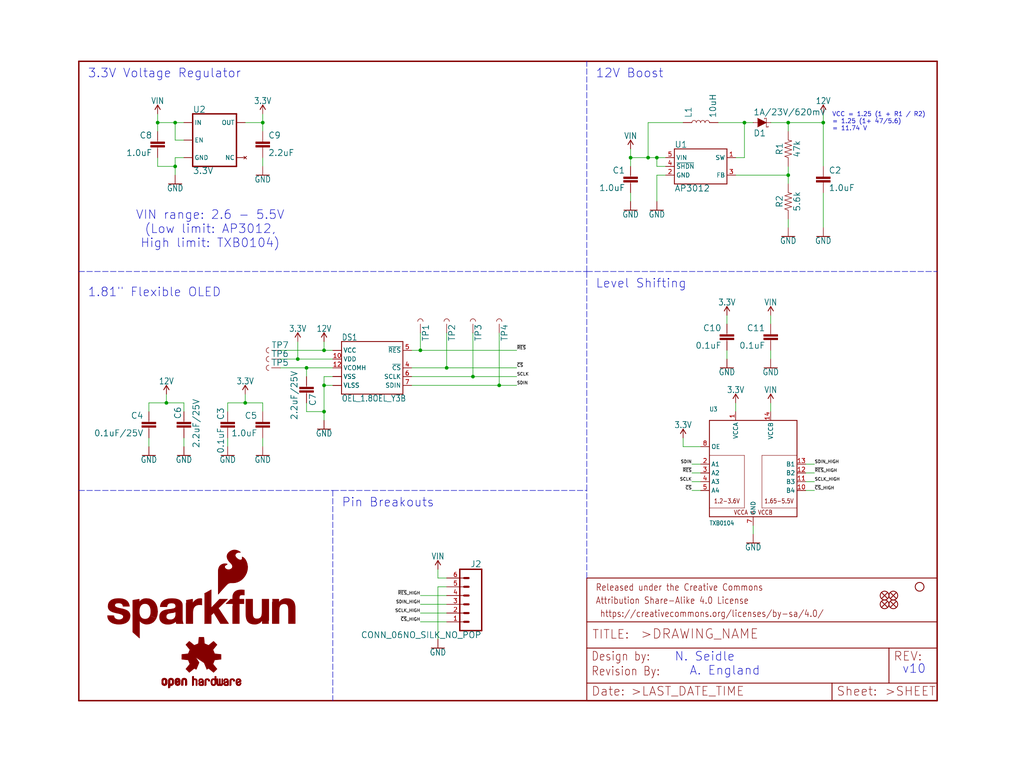
<source format=kicad_sch>
(kicad_sch (version 20211123) (generator eeschema)
  (paper "User" 297.002 223.926)
  (lib_symbols
    (symbol "eagleSchem-eagle-import:0.1UF-0603-25V-(+80{slash}-20%)"
      (property "Reference" "C" (at 1.524 2.921 0))
      (property "Value" "0.1UF-0603-25V-(+80{slash}-20%)" (at 1.524 -2.159 0))
      (symbol "0.1UF-0603-25V-(+80{slash}-20%)_1_0"
        (pin passive line (at 0 5.08 270) (length 2.54) (name "1") (number "1"))
        (pin passive line (at 0 -2.54 90) (length 2.54) (name "2") (number "2"))
      )
    )
    (symbol "eagleSchem-eagle-import:1.0UF-0603-16V-10%"
      (property "Reference" "C" (at 1.524 2.921 0))
      (property "Value" "1.0UF-0603-16V-10%" (at 1.524 -2.159 0))
      (symbol "1.0UF-0603-16V-10%_1_0"
        (pin passive line (at 0 5.08 270) (length 2.54) (name "1") (number "1"))
        (pin passive line (at 0 -2.54 90) (length 2.54) (name "2") (number "2"))
      )
    )
    (symbol "eagleSchem-eagle-import:1.0UF-0805-25V-10%"
      (property "Reference" "C" (at 1.524 2.921 0))
      (property "Value" "1.0UF-0805-25V-10%" (at 1.524 -2.159 0))
      (symbol "1.0UF-0805-25V-10%_1_0"
        (pin passive line (at 0 5.08 270) (length 2.54) (name "1") (number "1"))
        (pin passive line (at 0 -2.54 90) (length 2.54) (name "2") (number "2"))
      )
    )
    (symbol "eagleSchem-eagle-import:12V" (power)
      (property "Value" "12V" (at 0 2.794 0))
      (symbol "12V_1_0"
        (pin power_in line (at 0 0 90) (length 2.54) (name "12V") (number "1"))
      )
    )
    (symbol "eagleSchem-eagle-import:2.2UF-0603-10V-20%"
      (property "Reference" "C" (at 1.524 2.921 0))
      (property "Value" "2.2UF-0603-10V-20%" (at 1.524 -2.159 0))
      (symbol "2.2UF-0603-10V-20%_1_0"
        (pin passive line (at 0 5.08 270) (length 2.54) (name "1") (number "1"))
        (pin passive line (at 0 -2.54 90) (length 2.54) (name "2") (number "2"))
      )
    )
    (symbol "eagleSchem-eagle-import:2.2UF-0805-25V-(+80{slash}-20%)"
      (property "Reference" "C" (at 1.524 2.921 0))
      (property "Value" "2.2UF-0805-25V-(+80{slash}-20%)" (at 1.524 -2.159 0))
      (symbol "2.2UF-0805-25V-(+80{slash}-20%)_1_0"
        (pin passive line (at 0 5.08 270) (length 2.54) (name "1") (number "1"))
        (pin passive line (at 0 -2.54 90) (length 2.54) (name "2") (number "2"))
      )
    )
    (symbol "eagleSchem-eagle-import:3.3V" (power)
      (property "Value" "3.3V" (at 0 2.794 0))
      (symbol "3.3V_1_0"
        (pin power_in line (at 0 0 90) (length 2.54) (name "3.3V") (number "1"))
      )
    )
    (symbol "eagleSchem-eagle-import:47KOHM-0603-1{slash}10W-1%"
      (property "Reference" "R" (at 0 1.524 0))
      (property "Value" "47KOHM-0603-1{slash}10W-1%" (at 0 -1.524 0))
      (symbol "47KOHM-0603-1{slash}10W-1%_1_0"
        (pin passive line (at -5.08 0 0) (length 2.54) (name "1") (number "1"))
        (pin passive line (at 5.08 0 180) (length 2.54) (name "2") (number "2"))
      )
    )
    (symbol "eagleSchem-eagle-import:5.6KOHM-0603-1{slash}10W-1%"
      (property "Reference" "R" (at 0 1.524 0))
      (property "Value" "5.6KOHM-0603-1{slash}10W-1%" (at 0 -1.524 0))
      (symbol "5.6KOHM-0603-1{slash}10W-1%_1_0"
        (pin passive line (at -5.08 0 0) (length 2.54) (name "1") (number "1"))
        (pin passive line (at 5.08 0 180) (length 2.54) (name "2") (number "2"))
      )
    )
    (symbol "eagleSchem-eagle-import:AP3012"
      (property "Reference" "U" (at -7.62 5.334 0))
      (property "Value" "AP3012" (at -7.62 -5.334 0))
      (symbol "AP3012_1_0"
        (pin bidirectional line (at 10.16 2.54 180) (length 2.54) (name "SW") (number "1"))
        (pin bidirectional line (at -10.16 -2.54 0) (length 2.54) (name "GND") (number "2"))
        (pin bidirectional line (at 10.16 -2.54 180) (length 2.54) (name "FB") (number "3"))
        (pin bidirectional line (at -10.16 0 0) (length 2.54) (name "~{SHDN}") (number "4"))
        (pin bidirectional line (at -10.16 2.54 0) (length 2.54) (name "VIN") (number "5"))
      )
    )
    (symbol "eagleSchem-eagle-import:CONN_06NO_SILK_NO_POP"
      (property "Reference" "J" (at -5.08 10.668 0))
      (property "Value" "CONN_06NO_SILK_NO_POP" (at -5.08 -9.906 0))
      (symbol "CONN_06NO_SILK_NO_POP_1_0"
        (pin passive line (at 5.08 -5.08 180) (length 5.08) (name "1") (number "1"))
        (pin passive line (at 5.08 -2.54 180) (length 5.08) (name "2") (number "2"))
        (pin passive line (at 5.08 0 180) (length 5.08) (name "3") (number "3"))
        (pin passive line (at 5.08 2.54 180) (length 5.08) (name "4") (number "4"))
        (pin passive line (at 5.08 5.08 180) (length 5.08) (name "5") (number "5"))
        (pin passive line (at 5.08 7.62 180) (length 5.08) (name "6") (number "6"))
      )
    )
    (symbol "eagleSchem-eagle-import:DIODE-SCHOTTKY-BAT20J"
      (property "Reference" "D" (at -2.54 2.032 0))
      (property "Value" "DIODE-SCHOTTKY-BAT20J" (at -2.54 -2.032 0))
      (symbol "DIODE-SCHOTTKY-BAT20J_1_0"
        (pin passive line (at -2.54 0 0) (length 0) (name "A") (number "A"))
        (pin passive line (at 2.54 0 180) (length 0) (name "C") (number "C"))
      )
    )
    (symbol "eagleSchem-eagle-import:FIDUCIAL1X2")
    (symbol "eagleSchem-eagle-import:FRAME-LETTER"
      (symbol "FRAME-LETTER_2_0"
        (text " https://creativecommons.org/licenses/by-sa/4.0/" (at 2.54 24.13 0) (effects (font (size 1.9304 1.6408)) (justify left bottom)))
        (text ">DRAWING_NAME" (at 15.494 17.78 0) (effects (font (size 2.7432 2.7432)) (justify left bottom)))
        (text ">LAST_DATE_TIME" (at 12.7 1.27 0) (effects (font (size 2.54 2.54)) (justify left bottom)))
        (text ">SHEET" (at 86.36 1.27 0) (effects (font (size 2.54 2.54)) (justify left bottom)))
        (text "Attribution Share-Alike 4.0 License" (at 2.54 27.94 0) (effects (font (size 1.9304 1.6408)) (justify left bottom)))
        (text "Date:" (at 1.27 1.27 0) (effects (font (size 2.54 2.54)) (justify left bottom)))
        (text "Design by:" (at 1.27 11.43 0) (effects (font (size 2.54 2.159)) (justify left bottom)))
        (text "Released under the Creative Commons" (at 2.54 31.75 0) (effects (font (size 1.9304 1.6408)) (justify left bottom)))
        (text "REV:" (at 88.9 11.43 0) (effects (font (size 2.54 2.54)) (justify left bottom)))
        (text "Sheet:" (at 72.39 1.27 0) (effects (font (size 2.54 2.54)) (justify left bottom)))
        (text "TITLE:" (at 1.524 17.78 0) (effects (font (size 2.54 2.54)) (justify left bottom)))
      )
    )
    (symbol "eagleSchem-eagle-import:GND" (power)
      (property "Value" "GND" (at 0 -0.254 0))
      (symbol "GND_1_0"
        (pin power_in line (at 0 2.54 270) (length 2.54) (name "GND") (number "1"))
      )
    )
    (symbol "eagleSchem-eagle-import:INDUCTOR-CDRH-10UH"
      (property "Reference" "L" (at 1.27 2.54 0))
      (property "Value" "INDUCTOR-CDRH-10UH" (at 1.27 -2.54 0))
      (symbol "INDUCTOR-CDRH-10UH_1_0"
        (pin passive line (at 0 5.08 270) (length 2.54) (name "1") (number "P$1"))
        (pin passive line (at 0 -5.08 90) (length 2.54) (name "2") (number "P$2"))
      )
    )
    (symbol "eagleSchem-eagle-import:OEL_1.8OEL_Y3B"
      (property "Reference" "DS" (at -10.16 7.874 0))
      (property "Value" "OEL_1.8OEL_Y3B" (at -10.16 -7.874 0))
      (symbol "OEL_1.8OEL_Y3B_1_0"
        (pin bidirectional line (at -12.7 5.08 0) (length 2.54) (name "VCC") (number "1"))
        (pin bidirectional line (at -12.7 2.54 0) (length 2.54) (name "VDD") (number "10"))
        (pin bidirectional line (at -12.7 0 0) (length 2.54) (name "VCOMH") (number "12"))
        (pin bidirectional line (at -12.7 5.08 0) (length 2.54) (name "VCC") (number "13"))
        (pin bidirectional line (at -12.7 -5.08 0) (length 2.54) (name "VLSS") (number "2"))
        (pin bidirectional line (at -12.7 -2.54 0) (length 2.54) (name "VSS") (number "3"))
        (pin bidirectional line (at 10.16 0 180) (length 2.54) (name "~{CS}") (number "4"))
        (pin bidirectional line (at 10.16 5.08 180) (length 2.54) (name "~{RES}") (number "5"))
        (pin bidirectional line (at 10.16 -2.54 180) (length 2.54) (name "SCLK") (number "6"))
        (pin bidirectional line (at 10.16 -5.08 180) (length 2.54) (name "SDIN") (number "7"))
        (pin bidirectional line (at -12.7 -2.54 0) (length 2.54) (name "VSS") (number "8"))
        (pin bidirectional line (at -12.7 -5.08 0) (length 2.54) (name "VLSS") (number "9"))
      )
    )
    (symbol "eagleSchem-eagle-import:OSHW-LOGOS")
    (symbol "eagleSchem-eagle-import:REVISION"
      (symbol "REVISION_1_0"
        (text "Revision By: " (at 0 0 0) (effects (font (size 2.54 2.159)) (justify left bottom)))
      )
    )
    (symbol "eagleSchem-eagle-import:SFE_LOGO_FLAME.1_INCH")
    (symbol "eagleSchem-eagle-import:SFE_LOGO_NAME_FLAME.1_INCH")
    (symbol "eagleSchem-eagle-import:STAND-OFF")
    (symbol "eagleSchem-eagle-import:TEST-POINT3"
      (property "Reference" "TP" (at -2.54 2.54 0))
      (property "Value" "TEST-POINT3" (at -2.54 -2.54 0))
      (symbol "TEST-POINT3_1_0"
        (pin bidirectional line (at 0 0 180) (length 0) (name "1") (number "P$1"))
      )
    )
    (symbol "eagleSchem-eagle-import:TXB0104PWRSOIC14"
      (property "Reference" "U" (at -12.7 17.78 0))
      (property "Value" "TXB0104PWRSOIC14" (at -12.7 -15.24 0))
      (symbol "TXB0104PWRSOIC14_1_0"
        (text "1.2-3.6V" (at -11.43 -8.89 0) (effects (font (size 1.27 1.0795)) (justify left bottom)))
        (text "1.65-5.5V" (at 3.175 -8.89 0) (effects (font (size 1.27 1.0795)) (justify left bottom)))
        (text "VCCA ≤ VCCB" (at 0 -12.192 0) (effects (font (size 1.27 1.0795)) (justify bottom)))
        (pin bidirectional line (at -5.08 17.78 270) (length 2.54) (name "VCCA") (number "1"))
        (pin bidirectional line (at 15.24 -5.08 180) (length 2.54) (name "B4") (number "10"))
        (pin bidirectional line (at 15.24 -2.54 180) (length 2.54) (name "B3") (number "11"))
        (pin bidirectional line (at 15.24 0 180) (length 2.54) (name "B2") (number "12"))
        (pin bidirectional line (at 15.24 2.54 180) (length 2.54) (name "B1") (number "13"))
        (pin bidirectional line (at 5.08 17.78 270) (length 2.54) (name "VCCB") (number "14"))
        (pin bidirectional line (at -15.24 2.54 0) (length 2.54) (name "A1") (number "2"))
        (pin bidirectional line (at -15.24 0 0) (length 2.54) (name "A2") (number "3"))
        (pin bidirectional line (at -15.24 -2.54 0) (length 2.54) (name "A3") (number "4"))
        (pin bidirectional line (at -15.24 -5.08 0) (length 2.54) (name "A4") (number "5"))
        (pin bidirectional line (at 0 -15.24 90) (length 2.54) (name "GND") (number "7"))
        (pin bidirectional line (at -15.24 7.62 0) (length 2.54) (name "OE") (number "8"))
      )
    )
    (symbol "eagleSchem-eagle-import:VIN" (power)
      (property "Value" "VIN" (at 0 2.794 0))
      (symbol "VIN_1_0"
        (pin power_in line (at 0 0 90) (length 2.54) (name "VIN") (number "1"))
      )
    )
    (symbol "eagleSchem-eagle-import:V_REG_AP2112K-3.3V"
      (property "Reference" "U" (at -7.62 7.874 0))
      (property "Value" "V_REG_AP2112K-3.3V" (at -7.62 -7.874 0))
      (symbol "V_REG_AP2112K-3.3V_1_0"
        (pin input line (at -10.16 5.08 0) (length 2.54) (name "IN") (number "1"))
        (pin input line (at -10.16 -5.08 0) (length 2.54) (name "GND") (number "2"))
        (pin input line (at -10.16 0 0) (length 2.54) (name "EN") (number "3"))
        (pin no_connect line (at 7.62 -5.08 180) (length 2.54) (name "NC") (number "4"))
        (pin passive line (at 7.62 5.08 180) (length 2.54) (name "OUT") (number "5"))
      )
    )
  )
  (junction (at 190.5 45.72))
  (junction (at 187.96 45.72))
  (junction (at 86.36 104.14))
  (junction (at 137.16 109.22))
  (junction (at 93.98 119.38))
  (junction (at 93.98 101.6))
  (junction (at 121.92 101.6))
  (junction (at 88.9 106.68))
  (junction (at 182.88 45.72))
  (junction (at 76.2 35.56))
  (junction (at 129.54 106.68))
  (junction (at 215.9 35.56))
  (junction (at 228.6 35.56))
  (junction (at 50.8 35.56))
  (junction (at 238.76 35.56))
  (junction (at 50.8 48.26))
  (junction (at 45.72 35.56))
  (junction (at 93.98 111.76))
  (junction (at 48.26 116.84))
  (junction (at 144.78 111.76))
  (junction (at 228.6 50.8))
  (junction (at 71.12 116.84))
  (wire (pts (xy 53.34 40.64) (xy 50.8 40.64)))
  (wire (pts (xy 76.2 116.84) (xy 71.12 116.84)))
  (wire (pts (xy 45.72 48.26) (xy 45.72 45.72)))
  (wire (pts (xy 50.8 35.56) (xy 45.72 35.56)))
  (wire (pts (xy 144.78 96.52) (xy 144.78 111.76)))
  (wire (pts (xy 215.9 45.72) (xy 215.9 35.56)))
  (polyline (pts (xy 170.18 78.74) (xy 271.78 78.74)))
  (wire (pts (xy 129.54 96.52) (xy 129.54 106.68)))
  (wire (pts (xy 233.68 139.7) (xy 236.22 139.7)))
  (wire (pts (xy 48.26 116.84) (xy 48.26 114.3)))
  (wire (pts (xy 182.88 45.72) (xy 182.88 48.26)))
  (wire (pts (xy 137.16 109.22) (xy 149.86 109.22)))
  (wire (pts (xy 218.44 154.94) (xy 218.44 152.4)))
  (wire (pts (xy 215.9 35.56) (xy 218.44 35.56)))
  (wire (pts (xy 129.54 167.64) (xy 127 167.64)))
  (wire (pts (xy 119.38 109.22) (xy 137.16 109.22)))
  (wire (pts (xy 45.72 35.56) (xy 45.72 33.02)))
  (wire (pts (xy 53.34 119.38) (xy 53.34 116.84)))
  (wire (pts (xy 121.92 101.6) (xy 149.86 101.6)))
  (wire (pts (xy 43.18 116.84) (xy 48.26 116.84)))
  (wire (pts (xy 203.2 134.62) (xy 200.66 134.62)))
  (wire (pts (xy 190.5 45.72) (xy 193.04 45.72)))
  (wire (pts (xy 182.88 45.72) (xy 182.88 43.18)))
  (wire (pts (xy 121.92 96.52) (xy 121.92 101.6)))
  (wire (pts (xy 96.52 101.6) (xy 93.98 101.6)))
  (wire (pts (xy 223.52 116.84) (xy 223.52 119.38)))
  (wire (pts (xy 71.12 35.56) (xy 76.2 35.56)))
  (wire (pts (xy 96.52 111.76) (xy 93.98 111.76)))
  (wire (pts (xy 238.76 35.56) (xy 238.76 33.02)))
  (wire (pts (xy 93.98 101.6) (xy 81.28 101.6)))
  (polyline (pts (xy 170.18 167.64) (xy 170.18 142.24)))
  (wire (pts (xy 50.8 40.64) (xy 50.8 35.56)))
  (wire (pts (xy 187.96 35.56) (xy 198.12 35.56)))
  (wire (pts (xy 50.8 48.26) (xy 50.8 50.8)))
  (wire (pts (xy 213.36 50.8) (xy 228.6 50.8)))
  (wire (pts (xy 53.34 116.84) (xy 48.26 116.84)))
  (wire (pts (xy 53.34 129.54) (xy 53.34 127)))
  (wire (pts (xy 129.54 106.68) (xy 149.86 106.68)))
  (wire (pts (xy 203.2 129.54) (xy 198.12 129.54)))
  (wire (pts (xy 127 167.64) (xy 127 165.1)))
  (wire (pts (xy 53.34 45.72) (xy 50.8 45.72)))
  (wire (pts (xy 213.36 116.84) (xy 213.36 119.38)))
  (wire (pts (xy 187.96 45.72) (xy 182.88 45.72)))
  (wire (pts (xy 238.76 35.56) (xy 238.76 48.26)))
  (wire (pts (xy 190.5 48.26) (xy 190.5 45.72)))
  (wire (pts (xy 228.6 66.04) (xy 228.6 63.5)))
  (polyline (pts (xy 22.86 78.74) (xy 170.18 78.74)))
  (wire (pts (xy 213.36 45.72) (xy 215.9 45.72)))
  (wire (pts (xy 228.6 35.56) (xy 228.6 38.1)))
  (wire (pts (xy 127 185.42) (xy 127 170.18)))
  (wire (pts (xy 203.2 137.16) (xy 200.66 137.16)))
  (wire (pts (xy 187.96 45.72) (xy 187.96 35.56)))
  (wire (pts (xy 233.68 134.62) (xy 236.22 134.62)))
  (wire (pts (xy 43.18 119.38) (xy 43.18 116.84)))
  (wire (pts (xy 71.12 116.84) (xy 71.12 114.3)))
  (wire (pts (xy 50.8 45.72) (xy 50.8 48.26)))
  (wire (pts (xy 43.18 129.54) (xy 43.18 127)))
  (wire (pts (xy 50.8 35.56) (xy 53.34 35.56)))
  (wire (pts (xy 182.88 58.42) (xy 182.88 55.88)))
  (wire (pts (xy 66.04 116.84) (xy 71.12 116.84)))
  (wire (pts (xy 144.78 111.76) (xy 149.86 111.76)))
  (wire (pts (xy 223.52 35.56) (xy 228.6 35.56)))
  (wire (pts (xy 119.38 111.76) (xy 144.78 111.76)))
  (wire (pts (xy 76.2 119.38) (xy 76.2 116.84)))
  (wire (pts (xy 45.72 38.1) (xy 45.72 35.56)))
  (wire (pts (xy 127 170.18) (xy 129.54 170.18)))
  (polyline (pts (xy 170.18 142.24) (xy 170.18 78.74)))
  (polyline (pts (xy 170.18 78.74) (xy 170.18 17.78)))
  (wire (pts (xy 223.52 104.14) (xy 223.52 101.6)))
  (wire (pts (xy 233.68 142.24) (xy 236.22 142.24)))
  (wire (pts (xy 228.6 53.34) (xy 228.6 50.8)))
  (wire (pts (xy 190.5 45.72) (xy 187.96 45.72)))
  (wire (pts (xy 121.92 172.72) (xy 129.54 172.72)))
  (wire (pts (xy 129.54 180.34) (xy 121.92 180.34)))
  (wire (pts (xy 96.52 106.68) (xy 88.9 106.68)))
  (wire (pts (xy 129.54 175.26) (xy 121.92 175.26)))
  (wire (pts (xy 93.98 101.6) (xy 93.98 99.06)))
  (wire (pts (xy 203.2 139.7) (xy 200.66 139.7)))
  (wire (pts (xy 233.68 137.16) (xy 236.22 137.16)))
  (wire (pts (xy 137.16 96.52) (xy 137.16 109.22)))
  (wire (pts (xy 66.04 119.38) (xy 66.04 116.84)))
  (wire (pts (xy 88.9 116.84) (xy 88.9 119.38)))
  (wire (pts (xy 203.2 142.24) (xy 200.66 142.24)))
  (wire (pts (xy 88.9 106.68) (xy 81.28 106.68)))
  (wire (pts (xy 228.6 35.56) (xy 238.76 35.56)))
  (wire (pts (xy 96.52 109.22) (xy 93.98 109.22)))
  (wire (pts (xy 66.04 129.54) (xy 66.04 127)))
  (wire (pts (xy 96.52 104.14) (xy 86.36 104.14)))
  (wire (pts (xy 190.5 50.8) (xy 190.5 58.42)))
  (polyline (pts (xy 96.52 142.24) (xy 170.18 142.24)))
  (wire (pts (xy 93.98 111.76) (xy 93.98 119.38)))
  (wire (pts (xy 208.28 35.56) (xy 215.9 35.56)))
  (wire (pts (xy 223.52 91.44) (xy 223.52 93.98)))
  (wire (pts (xy 119.38 101.6) (xy 121.92 101.6)))
  (wire (pts (xy 86.36 104.14) (xy 86.36 99.06)))
  (polyline (pts (xy 22.86 142.24) (xy 96.52 142.24)))
  (wire (pts (xy 210.82 104.14) (xy 210.82 101.6)))
  (wire (pts (xy 193.04 48.26) (xy 190.5 48.26)))
  (wire (pts (xy 88.9 119.38) (xy 93.98 119.38)))
  (wire (pts (xy 76.2 38.1) (xy 76.2 35.56)))
  (wire (pts (xy 238.76 55.88) (xy 238.76 66.04)))
  (wire (pts (xy 93.98 119.38) (xy 93.98 121.92)))
  (wire (pts (xy 198.12 129.54) (xy 198.12 127)))
  (wire (pts (xy 228.6 50.8) (xy 228.6 48.26)))
  (wire (pts (xy 129.54 177.8) (xy 121.92 177.8)))
  (wire (pts (xy 210.82 91.44) (xy 210.82 93.98)))
  (wire (pts (xy 81.28 104.14) (xy 86.36 104.14)))
  (wire (pts (xy 93.98 109.22) (xy 93.98 111.76)))
  (polyline (pts (xy 96.52 142.24) (xy 96.52 203.2)))
  (wire (pts (xy 76.2 48.26) (xy 76.2 45.72)))
  (wire (pts (xy 119.38 106.68) (xy 129.54 106.68)))
  (wire (pts (xy 50.8 48.26) (xy 45.72 48.26)))
  (wire (pts (xy 76.2 129.54) (xy 76.2 127)))
  (wire (pts (xy 76.2 35.56) (xy 76.2 33.02)))
  (wire (pts (xy 193.04 50.8) (xy 190.5 50.8)))
  (wire (pts (xy 88.9 106.68) (xy 88.9 109.22)))
  (text "Level Shifting" (at 172.72 83.82 180) (effects (font (size 2.54 2.54)) (justify left bottom)))
  (text "N. Seidle" (at 195.58 192.024 180) (effects (font (size 2.54 2.54)) (justify left bottom)))
  (text "Pin Breakouts" (at 99.06 147.32 180) (effects (font (size 2.54 2.54)) (justify left bottom)))
  (text "VCC = 1.25 (1 + R1 / R2)\n= 1.25 (1+ 47/5.6)\n= 11.74 V" (at 241.3 38.1 0) (effects (font (size 1.27 1.27)) (justify left bottom)))
  (text "A. England" (at 199.898 196.088 180) (effects (font (size 2.54 2.54)) (justify left bottom)))
  (text "3.3V Voltage Regulator" (at 25.4 22.86 180) (effects (font (size 2.54 2.54)) (justify left bottom)))
  (text "1.81\" Flexible OLED" (at 25.4 86.36 180) (effects (font (size 2.54 2.54)) (justify left bottom)))
  (text "VIN range: 2.6 - 5.5V\n(Low limit: AP3012,\nHigh limit: TXB0104)" (at 60.96 60.96 0) (effects (font (size 2.54 2.54)) (justify top)))
  (text "v10" (at 261.62 195.58 180) (effects (font (size 2.54 2.54)) (justify left bottom)))
  (text "12V Boost" (at 172.72 22.86 180) (effects (font (size 2.54 2.54)) (justify left bottom)))
  (label "SDIN_HIGH" (at 236.22 134.62 0) (effects (font (size 0.889 0.889))))
  (label "SCLK" (at 200.66 139.7 180) (effects (font (size 0.889 0.889))))
  (label "SDIN" (at 200.66 134.62 180) (effects (font (size 0.889 0.889))))
  (label "~{RES}" (at 149.86 101.6 0) (effects (font (size 0.889 0.889))))
  (label "~{CS}_HIGH" (at 121.92 180.34 180) (effects (font (size 0.889 0.889))))
  (label "SCLK" (at 149.86 109.22 0) (effects (font (size 0.889 0.889))))
  (label "SCLK_HIGH" (at 236.22 139.7 0) (effects (font (size 0.889 0.889))))
  (label "~{CS}" (at 200.66 142.24 180) (effects (font (size 0.889 0.889))))
  (label "SDIN_HIGH" (at 121.92 175.26 180) (effects (font (size 0.889 0.889))))
  (label "SCLK_HIGH" (at 121.92 177.8 180) (effects (font (size 0.889 0.889))))
  (label "~{CS}" (at 149.86 106.68 0) (effects (font (size 0.889 0.889))))
  (label "~{RES}" (at 200.66 137.16 180) (effects (font (size 0.889 0.889))))
  (label "~{CS}_HIGH" (at 236.22 142.24 0) (effects (font (size 0.889 0.889))))
  (label "~{RES}_HIGH" (at 121.92 172.72 180) (effects (font (size 0.889 0.889))))
  (label "~{RES}_HIGH" (at 236.22 137.16 0) (effects (font (size 0.889 0.889))))
  (label "SDIN" (at 149.86 111.76 0) (effects (font (size 0.889 0.889))))
  (symbol (lib_id "eagleSchem-eagle-import:FIDUCIAL1X2") (at 259.08 175.26 0) (unit 1)
    (property "Reference" "FD2" (effects hide))
    (property "Value" "FIDUCIAL1X2" (effects hide))
    (property "Footprint" "eagleSchem:FIDUCIAL-1X2" (effects hide))
  )
  (symbol (lib_id "eagleSchem-eagle-import:FRAME-LETTER") (at 170.18 203.2 0) (unit 2)
    (property "Reference" "FRAME1" (effects hide))
    (property "Value" "FRAME-LETTER" (effects hide))
    (property "Footprint" "eagleSchem:CREATIVE_COMMONS" (effects hide))
  )
  (symbol (lib_id "eagleSchem-eagle-import:V_REG_AP2112K-3.3V") (at 63.5 40.64 0) (unit 1)
    (property "Reference" "U2" (at 55.88 32.766 0) (effects (font (size 1.778 1.778)) (justify left bottom)))
    (property "Value" "3.3V" (at 55.88 48.514 0) (effects (font (size 1.778 1.778)) (justify left top)))
    (property "Footprint" "eagleSchem:SOT23-5" (effects hide))
  )
  (symbol (lib_id "eagleSchem-eagle-import:2.2UF-0603-10V-20%") (at 76.2 43.18 0) (unit 1)
    (property "Reference" "C9" (at 77.724 40.259 0) (effects (font (size 1.778 1.778)) (justify left bottom)))
    (property "Value" "2.2uF" (at 77.724 45.339 0) (effects (font (size 1.778 1.778)) (justify left bottom)))
    (property "Footprint" "eagleSchem:0603" (effects hide))
  )
  (symbol (lib_id "eagleSchem-eagle-import:VIN") (at 182.88 43.18 0) (unit 1)
    (property "Reference" "#SUPPLY1" (effects hide))
    (property "Value" "VIN" (at 182.88 40.386 0) (effects (font (size 1.778 1.5113)) (justify bottom)))
    (property "Footprint" "eagleSchem:" (effects hide))
  )
  (symbol (lib_id "eagleSchem-eagle-import:GND") (at 76.2 132.08 0) (unit 1)
    (property "Reference" "#GND9" (effects hide))
    (property "Value" "GND" (at 76.2 132.334 0) (effects (font (size 1.778 1.5113)) (justify top)))
    (property "Footprint" "eagleSchem:" (effects hide))
  )
  (symbol (lib_id "eagleSchem-eagle-import:3.3V") (at 86.36 99.06 0) (unit 1)
    (property "Reference" "#SUPPLY9" (effects hide))
    (property "Value" "3.3V" (at 86.36 96.266 0) (effects (font (size 1.778 1.5113)) (justify bottom)))
    (property "Footprint" "eagleSchem:" (effects hide))
  )
  (symbol (lib_id "eagleSchem-eagle-import:TEST-POINT3") (at 81.28 104.14 180) (unit 1)
    (property "Reference" "TP6" (at 83.82 101.6 0) (effects (font (size 1.778 1.778)) (justify left bottom)))
    (property "Value" "TEST-POINT3" (effects hide))
    (property "Footprint" "eagleSchem:PAD.03X.03" (effects hide))
  )
  (symbol (lib_id "eagleSchem-eagle-import:47KOHM-0603-1{slash}10W-1%") (at 228.6 43.18 90) (unit 1)
    (property "Reference" "R1" (at 227.076 43.18 0) (effects (font (size 1.778 1.778)) (justify bottom)))
    (property "Value" "47k" (at 230.124 43.18 0) (effects (font (size 1.778 1.778)) (justify top)))
    (property "Footprint" "eagleSchem:0603" (effects hide))
  )
  (symbol (lib_id "eagleSchem-eagle-import:1.0UF-0603-16V-10%") (at 45.72 43.18 0) (mirror y) (unit 1)
    (property "Reference" "C8" (at 44.196 40.259 0) (effects (font (size 1.778 1.778)) (justify left bottom)))
    (property "Value" "1.0uF" (at 44.196 45.339 0) (effects (font (size 1.778 1.778)) (justify left bottom)))
    (property "Footprint" "eagleSchem:0603" (effects hide))
  )
  (symbol (lib_id "eagleSchem-eagle-import:0.1UF-0603-25V-(+80{slash}-20%)") (at 66.04 124.46 0) (mirror y) (unit 1)
    (property "Reference" "C3" (at 65.024 118.11 90) (effects (font (size 1.778 1.778)) (justify right top)))
    (property "Value" "0.1uF" (at 65.024 123.952 90) (effects (font (size 1.778 1.778)) (justify right top)))
    (property "Footprint" "eagleSchem:0603" (effects hide))
  )
  (symbol (lib_id "eagleSchem-eagle-import:DIODE-SCHOTTKY-BAT20J") (at 220.98 35.56 0) (mirror x) (unit 1)
    (property "Reference" "D1" (at 218.44 37.592 0) (effects (font (size 1.778 1.778)) (justify left bottom)))
    (property "Value" "1A/23V/620mV" (at 218.44 33.528 0) (effects (font (size 1.778 1.778)) (justify left top)))
    (property "Footprint" "eagleSchem:SOD-323" (effects hide))
  )
  (symbol (lib_id "eagleSchem-eagle-import:TEST-POINT3") (at 137.16 96.52 90) (unit 1)
    (property "Reference" "TP3" (at 139.7 99.06 0) (effects (font (size 1.778 1.778)) (justify left bottom)))
    (property "Value" "TEST-POINT3" (effects hide))
    (property "Footprint" "eagleSchem:PAD.03X.03" (effects hide))
  )
  (symbol (lib_id "eagleSchem-eagle-import:GND") (at 53.34 132.08 0) (unit 1)
    (property "Reference" "#GND7" (effects hide))
    (property "Value" "GND" (at 53.34 132.334 0) (effects (font (size 1.778 1.5113)) (justify top)))
    (property "Footprint" "eagleSchem:" (effects hide))
  )
  (symbol (lib_id "eagleSchem-eagle-import:3.3V") (at 76.2 33.02 0) (unit 1)
    (property "Reference" "#SUPPLY8" (effects hide))
    (property "Value" "3.3V" (at 76.2 30.226 0) (effects (font (size 1.778 1.5113)) (justify bottom)))
    (property "Footprint" "eagleSchem:" (effects hide))
  )
  (symbol (lib_id "eagleSchem-eagle-import:REVISION") (at 171.45 196.088 0) (unit 1)
    (property "Reference" "LOGO2" (effects hide))
    (property "Value" "REVISION" (effects hide))
    (property "Footprint" "eagleSchem:REVISION" (effects hide))
  )
  (symbol (lib_id "eagleSchem-eagle-import:VIN") (at 127 165.1 0) (unit 1)
    (property "Reference" "#SUPPLY12" (effects hide))
    (property "Value" "VIN" (at 127 162.306 0) (effects (font (size 1.778 1.5113)) (justify bottom)))
    (property "Footprint" "eagleSchem:" (effects hide))
  )
  (symbol (lib_id "eagleSchem-eagle-import:GND") (at 93.98 124.46 0) (unit 1)
    (property "Reference" "#GND5" (effects hide))
    (property "Value" "GND" (at 93.98 124.714 0) (effects (font (size 1.778 1.5113)) (justify top)))
    (property "Footprint" "eagleSchem:" (effects hide))
  )
  (symbol (lib_id "eagleSchem-eagle-import:2.2UF-0805-25V-(+80{slash}-20%)") (at 88.9 111.76 180) (unit 1)
    (property "Reference" "C7" (at 89.662 114.046 90) (effects (font (size 1.778 1.778)) (justify left bottom)))
    (property "Value" "2.2uF/25V" (at 84.328 107.442 90) (effects (font (size 1.778 1.778)) (justify left bottom)))
    (property "Footprint" "eagleSchem:0805" (effects hide))
  )
  (symbol (lib_id "eagleSchem-eagle-import:SFE_LOGO_FLAME.1_INCH") (at 62.992 172.72 0) (unit 1)
    (property "Reference" "LOGO3" (effects hide))
    (property "Value" "SFE_LOGO_FLAME.1_INCH" (effects hide))
    (property "Footprint" "eagleSchem:SFE_LOGO_FLAME_.1" (effects hide))
  )
  (symbol (lib_id "eagleSchem-eagle-import:FIDUCIAL1X2") (at 259.08 172.72 0) (unit 1)
    (property "Reference" "FD4" (effects hide))
    (property "Value" "FIDUCIAL1X2" (effects hide))
    (property "Footprint" "eagleSchem:FIDUCIAL-1X2" (effects hide))
  )
  (symbol (lib_id "eagleSchem-eagle-import:12V") (at 238.76 33.02 0) (unit 1)
    (property "Reference" "#SUPPLY2" (effects hide))
    (property "Value" "12V" (at 238.76 30.226 0) (effects (font (size 1.778 1.5113)) (justify bottom)))
    (property "Footprint" "eagleSchem:" (effects hide))
  )
  (symbol (lib_id "eagleSchem-eagle-import:GND") (at 223.52 106.68 0) (unit 1)
    (property "Reference" "#GND15" (effects hide))
    (property "Value" "GND" (at 223.52 106.934 0) (effects (font (size 1.778 1.5113)) (justify top)))
    (property "Footprint" "eagleSchem:" (effects hide))
  )
  (symbol (lib_id "eagleSchem-eagle-import:GND") (at 127 187.96 0) (unit 1)
    (property "Reference" "#GND13" (effects hide))
    (property "Value" "GND" (at 127 188.214 0) (effects (font (size 1.778 1.5113)) (justify top)))
    (property "Footprint" "eagleSchem:" (effects hide))
  )
  (symbol (lib_id "eagleSchem-eagle-import:GND") (at 76.2 50.8 0) (unit 1)
    (property "Reference" "#GND11" (effects hide))
    (property "Value" "GND" (at 76.2 51.054 0) (effects (font (size 1.778 1.5113)) (justify top)))
    (property "Footprint" "eagleSchem:" (effects hide))
  )
  (symbol (lib_id "eagleSchem-eagle-import:GND") (at 238.76 68.58 0) (unit 1)
    (property "Reference" "#GND4" (effects hide))
    (property "Value" "GND" (at 238.76 68.834 0) (effects (font (size 1.778 1.5113)) (justify top)))
    (property "Footprint" "eagleSchem:" (effects hide))
  )
  (symbol (lib_id "eagleSchem-eagle-import:12V") (at 48.26 114.3 0) (unit 1)
    (property "Reference" "#SUPPLY6" (effects hide))
    (property "Value" "12V" (at 48.26 111.506 0) (effects (font (size 1.778 1.5113)) (justify bottom)))
    (property "Footprint" "eagleSchem:" (effects hide))
  )
  (symbol (lib_id "eagleSchem-eagle-import:1.0UF-0805-25V-10%") (at 238.76 53.34 0) (unit 1)
    (property "Reference" "C2" (at 240.284 50.419 0) (effects (font (size 1.778 1.778)) (justify left bottom)))
    (property "Value" "1.0uF" (at 240.284 55.499 0) (effects (font (size 1.778 1.778)) (justify left bottom)))
    (property "Footprint" "eagleSchem:0805" (effects hide))
  )
  (symbol (lib_id "eagleSchem-eagle-import:GND") (at 228.6 68.58 0) (unit 1)
    (property "Reference" "#GND3" (effects hide))
    (property "Value" "GND" (at 228.6 68.834 0) (effects (font (size 1.778 1.5113)) (justify top)))
    (property "Footprint" "eagleSchem:" (effects hide))
  )
  (symbol (lib_id "eagleSchem-eagle-import:GND") (at 190.5 60.96 0) (unit 1)
    (property "Reference" "#GND1" (effects hide))
    (property "Value" "GND" (at 190.5 61.214 0) (effects (font (size 1.778 1.5113)) (justify top)))
    (property "Footprint" "eagleSchem:" (effects hide))
  )
  (symbol (lib_id "eagleSchem-eagle-import:VIN") (at 223.52 116.84 0) (unit 1)
    (property "Reference" "#SUPPLY10" (effects hide))
    (property "Value" "VIN" (at 223.52 114.046 0) (effects (font (size 1.778 1.5113)) (justify bottom)))
    (property "Footprint" "eagleSchem:" (effects hide))
  )
  (symbol (lib_id "eagleSchem-eagle-import:FIDUCIAL1X2") (at 256.54 175.26 0) (unit 1)
    (property "Reference" "FD3" (effects hide))
    (property "Value" "FIDUCIAL1X2" (effects hide))
    (property "Footprint" "eagleSchem:FIDUCIAL-1X2" (effects hide))
  )
  (symbol (lib_id "eagleSchem-eagle-import:FIDUCIAL1X2") (at 256.54 172.72 0) (unit 1)
    (property "Reference" "FD1" (effects hide))
    (property "Value" "FIDUCIAL1X2" (effects hide))
    (property "Footprint" "eagleSchem:FIDUCIAL-1X2" (effects hide))
  )
  (symbol (lib_id "eagleSchem-eagle-import:GND") (at 218.44 157.48 0) (unit 1)
    (property "Reference" "#GND12" (effects hide))
    (property "Value" "GND" (at 218.44 157.734 0) (effects (font (size 1.778 1.5113)) (justify top)))
    (property "Footprint" "eagleSchem:" (effects hide))
  )
  (symbol (lib_id "eagleSchem-eagle-import:AP3012") (at 203.2 48.26 0) (unit 1)
    (property "Reference" "U1" (at 195.58 42.926 0) (effects (font (size 1.778 1.778)) (justify left bottom)))
    (property "Value" "AP3012" (at 195.58 53.594 0) (effects (font (size 1.778 1.778)) (justify left top)))
    (property "Footprint" "eagleSchem:SOT23-5" (effects hide))
  )
  (symbol (lib_id "eagleSchem-eagle-import:GND") (at 210.82 106.68 0) (unit 1)
    (property "Reference" "#GND14" (effects hide))
    (property "Value" "GND" (at 210.82 106.934 0) (effects (font (size 1.778 1.5113)) (justify top)))
    (property "Footprint" "eagleSchem:" (effects hide))
  )
  (symbol (lib_id "eagleSchem-eagle-import:SFE_LOGO_NAME_FLAME.1_INCH") (at 30.48 185.42 0) (unit 1)
    (property "Reference" "LOGO1" (effects hide))
    (property "Value" "SFE_LOGO_NAME_FLAME.1_INCH" (effects hide))
    (property "Footprint" "eagleSchem:SFE_LOGO_NAME_FLAME_.1" (effects hide))
  )
  (symbol (lib_id "eagleSchem-eagle-import:OSHW-LOGOS") (at 58.42 190.5 0) (unit 1)
    (property "Reference" "LOGO4" (effects hide))
    (property "Value" "OSHW-LOGOS" (effects hide))
    (property "Footprint" "eagleSchem:OSHW-LOGO-S" (effects hide))
  )
  (symbol (lib_id "eagleSchem-eagle-import:0.1UF-0603-25V-(+80{slash}-20%)") (at 223.52 99.06 0) (mirror y) (unit 1)
    (property "Reference" "C11" (at 221.996 96.139 0) (effects (font (size 1.778 1.778)) (justify left bottom)))
    (property "Value" "0.1uF" (at 221.996 101.219 0) (effects (font (size 1.778 1.778)) (justify left bottom)))
    (property "Footprint" "eagleSchem:0603" (effects hide))
  )
  (symbol (lib_id "eagleSchem-eagle-import:TEST-POINT3") (at 121.92 96.52 90) (unit 1)
    (property "Reference" "TP1" (at 124.46 99.06 0) (effects (font (size 1.778 1.778)) (justify left bottom)))
    (property "Value" "TEST-POINT3" (effects hide))
    (property "Footprint" "eagleSchem:PAD.03X.03" (effects hide))
  )
  (symbol (lib_id "eagleSchem-eagle-import:GND") (at 43.18 132.08 0) (unit 1)
    (property "Reference" "#GND6" (effects hide))
    (property "Value" "GND" (at 43.18 132.334 0) (effects (font (size 1.778 1.5113)) (justify top)))
    (property "Footprint" "eagleSchem:" (effects hide))
  )
  (symbol (lib_id "eagleSchem-eagle-import:TEST-POINT3") (at 129.54 96.52 90) (unit 1)
    (property "Reference" "TP2" (at 132.08 99.06 0) (effects (font (size 1.778 1.778)) (justify left bottom)))
    (property "Value" "TEST-POINT3" (effects hide))
    (property "Footprint" "eagleSchem:PAD.03X.03" (effects hide))
  )
  (symbol (lib_id "eagleSchem-eagle-import:1.0UF-0603-16V-10%") (at 76.2 124.46 0) (mirror y) (unit 1)
    (property "Reference" "C5" (at 74.676 121.539 0) (effects (font (size 1.778 1.778)) (justify left bottom)))
    (property "Value" "1.0uF" (at 74.676 126.619 0) (effects (font (size 1.778 1.778)) (justify left bottom)))
    (property "Footprint" "eagleSchem:0603" (effects hide))
  )
  (symbol (lib_id "eagleSchem-eagle-import:3.3V") (at 71.12 114.3 0) (unit 1)
    (property "Reference" "#SUPPLY3" (effects hide))
    (property "Value" "3.3V" (at 71.12 111.506 0) (effects (font (size 1.778 1.5113)) (justify bottom)))
    (property "Footprint" "eagleSchem:" (effects hide))
  )
  (symbol (lib_id "eagleSchem-eagle-import:3.3V") (at 213.36 116.84 0) (unit 1)
    (property "Reference" "#SUPPLY5" (effects hide))
    (property "Value" "3.3V" (at 213.36 114.046 0) (effects (font (size 1.778 1.5113)) (justify bottom)))
    (property "Footprint" "eagleSchem:" (effects hide))
  )
  (symbol (lib_id "eagleSchem-eagle-import:FRAME-LETTER") (at 22.86 203.2 0) (unit 1)
    (property "Reference" "FRAME1" (effects hide))
    (property "Value" "FRAME-LETTER" (effects hide))
    (property "Footprint" "eagleSchem:CREATIVE_COMMONS" (effects hide))
  )
  (symbol (lib_id "eagleSchem-eagle-import:0.1UF-0603-25V-(+80{slash}-20%)") (at 43.18 124.46 0) (mirror y) (unit 1)
    (property "Reference" "C4" (at 41.656 121.539 0) (effects (font (size 1.778 1.778)) (justify left bottom)))
    (property "Value" "0.1uF/25V" (at 41.656 126.619 0) (effects (font (size 1.778 1.778)) (justify left bottom)))
    (property "Footprint" "eagleSchem:0603" (effects hide))
  )
  (symbol (lib_id "eagleSchem-eagle-import:GND") (at 50.8 53.34 0) (unit 1)
    (property "Reference" "#GND10" (effects hide))
    (property "Value" "GND" (at 50.8 53.594 0) (effects (font (size 1.778 1.5113)) (justify top)))
    (property "Footprint" "eagleSchem:" (effects hide))
  )
  (symbol (lib_id "eagleSchem-eagle-import:INDUCTOR-CDRH-10UH") (at 203.2 35.56 90) (unit 1)
    (property "Reference" "L1" (at 200.66 34.29 0) (effects (font (size 1.778 1.778)) (justify left bottom)))
    (property "Value" "10uH" (at 205.74 34.29 0) (effects (font (size 1.778 1.778)) (justify left top)))
    (property "Footprint" "eagleSchem:INDUCTOR_4.7UH" (effects hide))
  )
  (symbol (lib_id "eagleSchem-eagle-import:0.1UF-0603-25V-(+80{slash}-20%)") (at 210.82 99.06 0) (mirror y) (unit 1)
    (property "Reference" "C10" (at 209.296 96.139 0) (effects (font (size 1.778 1.778)) (justify left bottom)))
    (property "Value" "0.1uF" (at 209.296 101.219 0) (effects (font (size 1.778 1.778)) (justify left bottom)))
    (property "Footprint" "eagleSchem:0603" (effects hide))
  )
  (symbol (lib_id "eagleSchem-eagle-import:STAND-OFF") (at 266.7 170.18 0) (unit 1)
    (property "Reference" "H2" (effects hide))
    (property "Value" "STAND-OFF" (effects hide))
    (property "Footprint" "eagleSchem:STAND-OFF" (effects hide))
  )
  (symbol (lib_id "eagleSchem-eagle-import:VIN") (at 45.72 33.02 0) (unit 1)
    (property "Reference" "#SUPPLY7" (effects hide))
    (property "Value" "VIN" (at 45.72 30.226 0) (effects (font (size 1.778 1.5113)) (justify bottom)))
    (property "Footprint" "eagleSchem:" (effects hide))
  )
  (symbol (lib_id "eagleSchem-eagle-import:3.3V") (at 210.82 91.44 0) (unit 1)
    (property "Reference" "#SUPPLY13" (effects hide))
    (property "Value" "3.3V" (at 210.82 88.646 0) (effects (font (size 1.778 1.5113)) (justify bottom)))
    (property "Footprint" "eagleSchem:" (effects hide))
  )
  (symbol (lib_id "eagleSchem-eagle-import:TEST-POINT3") (at 81.28 106.68 180) (unit 1)
    (property "Reference" "TP5" (at 83.82 104.14 0) (effects (font (size 1.778 1.778)) (justify left bottom)))
    (property "Value" "TEST-POINT3" (effects hide))
    (property "Footprint" "eagleSchem:PAD.03X.03" (effects hide))
  )
  (symbol (lib_id "eagleSchem-eagle-import:5.6KOHM-0603-1{slash}10W-1%") (at 228.6 58.42 90) (unit 1)
    (property "Reference" "R2" (at 227.076 58.42 0) (effects (font (size 1.778 1.778)) (justify bottom)))
    (property "Value" "5.6k" (at 230.124 58.42 0) (effects (font (size 1.778 1.778)) (justify top)))
    (property "Footprint" "eagleSchem:0603" (effects hide))
  )
  (symbol (lib_id "eagleSchem-eagle-import:2.2UF-0805-25V-(+80{slash}-20%)") (at 53.34 124.46 0) (mirror y) (unit 1)
    (property "Reference" "C6" (at 52.578 117.856 90) (effects (font (size 1.778 1.778)) (justify right top)))
    (property "Value" "2.2uF/25V" (at 57.912 115.57 90) (effects (font (size 1.778 1.778)) (justify right top)))
    (property "Footprint" "eagleSchem:0805" (effects hide))
  )
  (symbol (lib_id "eagleSchem-eagle-import:GND") (at 66.04 132.08 0) (unit 1)
    (property "Reference" "#GND8" (effects hide))
    (property "Value" "GND" (at 66.04 132.334 0) (effects (font (size 1.778 1.5113)) (justify top)))
    (property "Footprint" "eagleSchem:" (effects hide))
  )
  (symbol (lib_id "eagleSchem-eagle-import:3.3V") (at 198.12 127 0) (unit 1)
    (property "Reference" "#SUPPLY11" (effects hide))
    (property "Value" "3.3V" (at 198.12 124.206 0) (effects (font (size 1.778 1.5113)) (justify bottom)))
    (property "Footprint" "eagleSchem:" (effects hide))
  )
  (symbol (lib_id "eagleSchem-eagle-import:TEST-POINT3") (at 144.78 96.52 90) (unit 1)
    (property "Reference" "TP4" (at 147.32 99.06 0) (effects (font (size 1.778 1.778)) (justify left bottom)))
    (property "Value" "TEST-POINT3" (effects hide))
    (property "Footprint" "eagleSchem:PAD.03X.03" (effects hide))
  )
  (symbol (lib_id "eagleSchem-eagle-import:VIN") (at 223.52 91.44 0) (unit 1)
    (property "Reference" "#SUPPLY14" (effects hide))
    (property "Value" "VIN" (at 223.52 88.646 0) (effects (font (size 1.778 1.5113)) (justify bottom)))
    (property "Footprint" "eagleSchem:" (effects hide))
  )
  (symbol (lib_id "eagleSchem-eagle-import:GND") (at 182.88 60.96 0) (unit 1)
    (property "Reference" "#GND2" (effects hide))
    (property "Value" "GND" (at 182.88 61.214 0) (effects (font (size 1.778 1.5113)) (justify top)))
    (property "Footprint" "eagleSchem:" (effects hide))
  )
  (symbol (lib_id "eagleSchem-eagle-import:TEST-POINT3") (at 81.28 101.6 180) (unit 1)
    (property "Reference" "TP7" (at 83.82 99.06 0) (effects (font (size 1.778 1.778)) (justify left bottom)))
    (property "Value" "TEST-POINT3" (effects hide))
    (property "Footprint" "eagleSchem:PAD.03X.03" (effects hide))
  )
  (symbol (lib_id "eagleSchem-eagle-import:CONN_06NO_SILK_NO_POP") (at 134.62 175.26 0) (mirror y) (unit 1)
    (property "Reference" "J2" (at 139.7 164.592 0) (effects (font (size 1.778 1.778)) (justify left bottom)))
    (property "Value" "CONN_06NO_SILK_NO_POP" (at 139.7 185.166 0) (effects (font (size 1.778 1.778)) (justify left bottom)))
    (property "Footprint" "eagleSchem:1X06_NO_SILK" (effects hide))
  )
  (symbol (lib_id "eagleSchem-eagle-import:1.0UF-0603-16V-10%") (at 182.88 53.34 0) (mirror y) (unit 1)
    (property "Reference" "C1" (at 181.356 50.419 0) (effects (font (size 1.778 1.778)) (justify left bottom)))
    (property "Value" "1.0uF" (at 181.356 55.499 0) (effects (font (size 1.778 1.778)) (justify left bottom)))
    (property "Footprint" "eagleSchem:0603" (effects hide))
  )
  (symbol (lib_id "eagleSchem-eagle-import:TXB0104PWRSOIC14") (at 218.44 137.16 0) (unit 1)
    (property "Reference" "U3" (at 205.74 119.38 0) (effects (font (size 1.27 1.0795)) (justify left bottom)))
    (property "Value" "TXB0104" (at 205.74 152.4 0) (effects (font (size 1.27 1.0795)) (justify left bottom)))
    (property "Footprint" "eagleSchem:SO14" (effects hide))
  )
  (symbol (lib_id "eagleSchem-eagle-import:OEL_1.8OEL_Y3B") (at 109.22 106.68 0) (unit 1)
    (property "Reference" "DS1" (at 99.06 98.806 0) (effects (font (size 1.778 1.5113)) (justify left bottom)))
    (property "Value" "OEL_1.8OEL_Y3B" (at 99.06 114.554 0) (effects (font (size 1.778 1.5113)) (justify left top)))
    (property "Footprint" "eagleSchem:OEL_1.8_FPC_Y3B" (effects hide))
  )
  (symbol (lib_id "eagleSchem-eagle-import:12V") (at 93.98 99.06 0) (unit 1)
    (property "Reference" "#SUPPLY4" (effects hide))
    (property "Value" "12V" (at 93.98 96.266 0) (effects (font (size 1.778 1.5113)) (justify bottom)))
    (property "Footprint" "eagleSchem:" (effects hide))
  )
)
</source>
